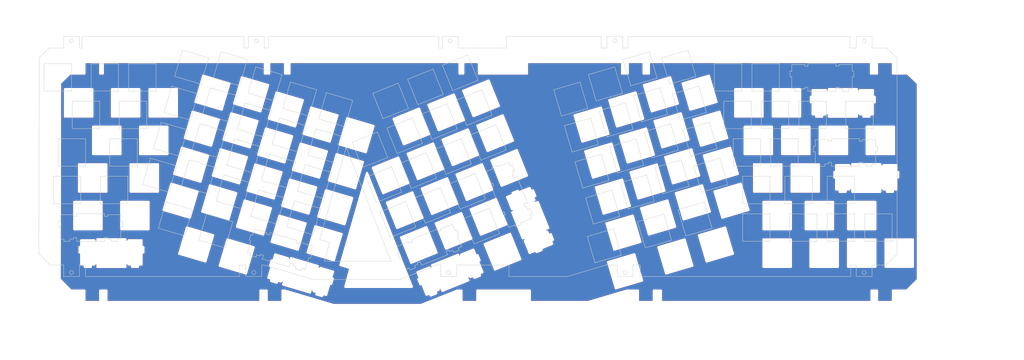
<source format=kicad_pcb>
(kicad_pcb (version 20171130) (host pcbnew "(5.1.5-0-10_14)")
  (layers (0 F.Cu signal) (31 B.Cu signal) (34 B.Paste user) (35 F.Paste user) (36 B.SilkS user) (37 F.SilkS user) (38 B.Mask user) (39 F.Mask user) (44 Edge.Cuts user))
  (net 0 "")
  (gr_line (start 307.598581 128.472467) (end 307.598581 122.680557) (layer Edge.Cuts) (width 0.2))
  (gr_line (start 311.20232 122.680557) (end 311.20232 128.472467) (layer Edge.Cuts) (width 0.2))
  (gr_line (start 417.752935 122.677514) (end 420.577026 122.677514) (layer Edge.Cuts) (width 0.2))
  (gr_line (start 428.577235 128.472467) (end 428.577235 122.677514) (layer Edge.Cuts) (width 0.2))
  (gr_line (start 311.20232 128.472467) (end 417.752935 128.472467) (layer Edge.Cuts) (width 0.2))
  (gr_line (start 420.577026 122.677514) (end 420.577026 128.472467) (layer Edge.Cuts) (width 0.2))
  (gr_line (start 244.832793 128.472467) (end 274.424242 128.472467) (layer Edge.Cuts) (width 0.2))
  (gr_line (start 218.289384 122.677514) (end 244.832793 122.677514) (layer Edge.Cuts) (width 0.2))
  (gr_line (start 420.577026 128.472467) (end 428.577235 128.472467) (layer Edge.Cuts) (width 0.2))
  (gr_line (start 299.59834 122.677514) (end 299.59834 128.472467) (layer Edge.Cuts) (width 0.2))
  (gr_line (start 244.832793 122.677514) (end 244.832793 128.472467) (layer Edge.Cuts) (width 0.2))
  (gr_line (start 293.978903 122.677514) (end 299.59834 122.677514) (layer Edge.Cuts) (width 0.2))
  (gr_line (start 428.577235 122.677514) (end 435.643955 122.677514) (layer Edge.Cuts) (width 0.2))
  (gr_line (start 417.752935 128.472467) (end 417.752935 122.677514) (layer Edge.Cuts) (width 0.2))
  (gr_line (start 218.289384 128.472467) (end 218.289384 122.677514) (layer Edge.Cuts) (width 0.2))
  (gr_line (start 307.598581 122.680557) (end 311.20232 122.680557) (layer Edge.Cuts) (width 0.2))
  (gr_line (start 299.59834 128.472467) (end 307.598581 128.472467) (layer Edge.Cuts) (width 0.2))
  (gr_line (start 274.424242 128.472467) (end 293.978903 122.677514) (layer Edge.Cuts) (width 0.2))
  (gr_line (start 123.267134 12.875065) (end 120.969282 12.875065) (layer Edge.Cuts) (width 0.2))
  (gr_line (start 291.545958 12.875065) (end 291.545958 7.054232) (layer Edge.Cuts) (width 0.2))
  (gr_line (start 435.643955 122.677514) (end 441.213862 117.145417) (layer Edge.Cuts) (width 0.2))
  (gr_line (start 27.479007 12.875065) (end 27.479007 7.054232) (layer Edge.Cuts) (width 0.2))
  (gr_line (start 110.767161 7.054232) (end 28.767179 7.054232) (layer Edge.Cuts) (width 0.2))
  (gr_line (start 112.978956 12.875065) (end 110.767161 12.875065) (layer Edge.Cuts) (width 0.2))
  (gr_line (start 120.969282 12.875065) (end 120.978927 7.054232) (layer Edge.Cuts) (width 0.2))
  (gr_line (start 428.577235 7.054232) (end 420.540515 7.054232) (layer Edge.Cuts) (width 0.2))
  (gr_line (start 123.267134 7.054232) (end 123.267134 12.875065) (layer Edge.Cuts) (width 0.2))
  (gr_line (start 209.26697 7.054232) (end 123.267134 7.054232) (layer Edge.Cuts) (width 0.2))
  (gr_line (start 428.577235 12.875065) (end 428.577235 7.054232) (layer Edge.Cuts) (width 0.2))
  (gr_line (start 243.437682 12.875065) (end 239.427153 12.875065) (layer Edge.Cuts) (width 0.2))
  (gr_line (start 420.540515 12.875065) (end 417.455693 12.875065) (layer Edge.Cuts) (width 0.2))
  (gr_line (start 211.178626 12.866692) (end 209.26697 12.875065) (layer Edge.Cuts) (width 0.2))
  (gr_line (start 211.171591 7.054232) (end 211.178626 12.866692) (layer Edge.Cuts) (width 0.2))
  (gr_line (start 219.075845 12.875065) (end 219.075845 7.054232) (layer Edge.Cuts) (width 0.2))
  (gr_line (start 417.455693 7.054232) (end 305.116107 7.054232) (layer Edge.Cuts) (width 0.2))
  (gr_line (start 417.455693 12.875065) (end 417.455693 7.054232) (layer Edge.Cuts) (width 0.2))
  (gr_line (start 227.749896 12.875065) (end 219.075845 12.875065) (layer Edge.Cuts) (width 0.2))
  (gr_line (start 305.116107 7.054232) (end 305.116107 12.875065) (layer Edge.Cuts) (width 0.2))
  (gr_line (start 120.978927 7.054232) (end 112.978956 7.054232) (layer Edge.Cuts) (width 0.2))
  (gr_line (start 291.545958 7.054232) (end 243.437682 7.054232) (layer Edge.Cuts) (width 0.2))
  (gr_line (start 436.016829 12.875065) (end 428.577235 12.875065) (layer Edge.Cuts) (width 0.2))
  (gr_line (start 239.427153 12.875065) (end 227.749896 12.875065) (layer Edge.Cuts) (width 0.2))
  (gr_line (start 210.289429 128.472467) (end 218.289384 128.472467) (layer Edge.Cuts) (width 0.2))
  (gr_line (start 119.7124 122.691467) (end 120.978927 122.691467) (layer Edge.Cuts) (width 0.2))
  (gr_line (start 111.712429 122.688935) (end 111.712429 128.46714) (layer Edge.Cuts) (width 0.2))
  (gr_line (start 27.479007 7.054232) (end 19.47904 7.054232) (layer Edge.Cuts) (width 0.2))
  (gr_line (start 119.7124 128.46714) (end 119.7124 122.691467) (layer Edge.Cuts) (width 0.2))
  (gr_line (start 302.41721 12.875065) (end 302.41721 7.054232) (layer Edge.Cuts) (width 0.2))
  (gr_line (start 210.289429 122.677514) (end 210.289429 128.472467) (layer Edge.Cuts) (width 0.2))
  (gr_line (start 19.481387 122.682585) (end 19.481387 128.46714) (layer Edge.Cuts) (width 0.2))
  (gr_line (start 209.26697 12.875065) (end 209.26697 7.054232) (layer Edge.Cuts) (width 0.2))
  (gr_line (start 189.780365 129.979561) (end 208.202015 122.677514) (layer Edge.Cuts) (width 0.2))
  (gr_line (start 30.574795 122.685125) (end 30.574795 128.472467) (layer Edge.Cuts) (width 0.2))
  (gr_line (start 420.540515 7.054232) (end 420.540515 12.875065) (layer Edge.Cuts) (width 0.2))
  (gr_line (start 208.202015 122.677514) (end 210.289429 122.677514) (layer Edge.Cuts) (width 0.2))
  (gr_line (start 145.478706 129.979561) (end 189.780365 129.979561) (layer Edge.Cuts) (width 0.2))
  (gr_line (start 120.978927 122.691467) (end 145.478706 129.979561) (layer Edge.Cuts) (width 0.2))
  (gr_line (start 110.767161 12.875065) (end 110.767161 7.054232) (layer Edge.Cuts) (width 0.2))
  (gr_line (start 27.481354 128.46714) (end 27.481354 122.685125) (layer Edge.Cuts) (width 0.2))
  (gr_line (start 294.416968 12.875065) (end 291.545958 12.875065) (layer Edge.Cuts) (width 0.2))
  (gr_line (start 305.116107 12.875065) (end 302.41721 12.875065) (layer Edge.Cuts) (width 0.2))
  (gr_line (start 12.598531 122.682585) (end 19.481387 122.682585) (layer Edge.Cuts) (width 0.2))
  (gr_line (start 108.523032 128.472467) (end 108.523032 122.688679) (layer Edge.Cuts) (width 0.2))
  (gr_line (start 28.767179 7.054232) (end 28.767179 12.875065) (layer Edge.Cuts) (width 0.2))
  (gr_line (start 219.075845 7.054232) (end 211.171591 7.054232) (layer Edge.Cuts) (width 0.2))
  (gr_line (start 441.213862 17.86319) (end 436.016829 12.875065) (layer Edge.Cuts) (width 0.2))
  (gr_line (start 294.416968 7.054232) (end 294.416968 12.875065) (layer Edge.Cuts) (width 0.2))
  (gr_line (start 243.437682 7.054232) (end 243.437682 12.875065) (layer Edge.Cuts) (width 0.2))
  (gr_line (start 111.712429 128.46714) (end 119.7124 128.46714) (layer Edge.Cuts) (width 0.2))
  (gr_line (start 108.523032 122.688679) (end 111.712429 122.688935) (layer Edge.Cuts) (width 0.2))
  (gr_line (start 30.574795 128.472467) (end 108.523032 128.472467) (layer Edge.Cuts) (width 0.2))
  (gr_line (start 27.481354 122.685125) (end 30.574795 122.685125) (layer Edge.Cuts) (width 0.2))
  (gr_line (start 19.481387 128.46714) (end 27.481354 128.46714) (layer Edge.Cuts) (width 0.2))
  (gr_line (start 6.969427 116.993184) (end 12.598531 122.682585) (layer Edge.Cuts) (width 0.2))
  (gr_line (start 7.141011 17.726437) (end 6.969427 116.993184) (layer Edge.Cuts) (width 0.2))
  (gr_line (start 302.41721 7.054232) (end 294.416968 7.054232) (layer Edge.Cuts) (width 0.2))
  (gr_line (start 441.213862 117.145417) (end 441.213862 17.86319) (layer Edge.Cuts) (width 0.2))
  (gr_line (start 28.767179 12.875065) (end 27.479007 12.875065) (layer Edge.Cuts) (width 0.2))
  (gr_line (start 12.12368 12.875065) (end 7.141011 17.726437) (layer Edge.Cuts) (width 0.2))
  (gr_line (start 19.47904 12.875065) (end 12.12368 12.875065) (layer Edge.Cuts) (width 0.2))
  (gr_line (start 19.47904 7.054232) (end 19.47904 12.875065) (layer Edge.Cuts) (width 0.2))
  (gr_line (start 112.978956 7.054232) (end 112.978956 12.875065) (layer Edge.Cuts) (width 0.2))
  (gr_line (start 287.565657 101.962466) (end 300.849511 98.039316) (layer Edge.Cuts) (width 0.2))
  (gr_curve (pts (xy 424.578399 8.171039) (xy 425.128135 8.171039) (xy 425.576595 8.619025) (xy 425.576595 9.170861)) (layer Edge.Cuts) (width 0.2))
  (gr_curve (pts (xy 214.101278 9.170905) (xy 214.101278 8.619058) (xy 214.549737 8.171082) (xy 215.103093 8.171082)) (layer Edge.Cuts) (width 0.2))
  (gr_line (start 300.849511 98.039316) (end 296.92638 84.755398) (layer Edge.Cuts) (width 0.2))
  (gr_curve (pts (xy 114.713132 126.472571) (xy 114.713132 125.920735) (xy 115.161591 125.472748) (xy 115.714947 125.472748)) (layer Edge.Cuts) (width 0.2))
  (gr_curve (pts (xy 302.62782 126.472571) (xy 302.62782 125.920735) (xy 303.076279 125.472748) (xy 303.629635 125.472748)) (layer Edge.Cuts) (width 0.2))
  (gr_line (start 162.478706 63.145671) (end 149.001435 109.766698) (layer Edge.Cuts) (width 0.2))
  (gr_curve (pts (xy 24.479556 126.472571) (xy 24.479556 127.025489) (xy 24.031097 127.472758) (xy 23.481361 127.472758)) (layer Edge.Cuts) (width 0.2))
  (gr_curve (pts (xy 214.290585 127.472758) (xy 213.737229 127.472758) (xy 213.28877 127.025489) (xy 213.28877 126.472571)) (layer Edge.Cuts) (width 0.2))
  (gr_curve (pts (xy 23.481361 125.472748) (xy 24.031097 125.472748) (xy 24.479556 125.920735) (xy 24.479556 126.472571)) (layer Edge.Cuts) (width 0.2))
  (gr_curve (pts (xy 303.629635 127.472758) (xy 303.076279 127.472758) (xy 302.62782 127.025489) (xy 302.62782 126.472571)) (layer Edge.Cuts) (width 0.2))
  (gr_curve (pts (xy 425.576595 126.472571) (xy 425.576595 127.025489) (xy 425.128135 127.472758) (xy 424.578399 127.472758)) (layer Edge.Cuts) (width 0.2))
  (gr_line (start 318.399736 90.378931) (end 314.476605 77.095013) (layer Edge.Cuts) (width 0.2))
  (gr_line (start 301.192751 81.018163) (end 305.115882 94.302081) (layer Edge.Cuts) (width 0.2))
  (gr_curve (pts (xy 215.103093 8.171082) (xy 215.652829 8.171082) (xy 216.101288 8.619058) (xy 216.101288 9.170905)) (layer Edge.Cuts) (width 0.2))
  (gr_line (start 332.02708 69.435474) (end 318.743226 73.358624) (layer Edge.Cuts) (width 0.2))
  (gr_curve (pts (xy 303.629635 125.472748) (xy 304.179371 125.472748) (xy 304.62783 125.920735) (xy 304.62783 126.472571)) (layer Edge.Cuts) (width 0.2))
  (gr_curve (pts (xy 298.531334 10.17118) (xy 297.977978 10.17118) (xy 297.529519 9.723923) (xy 297.529519 9.170993)) (layer Edge.Cuts) (width 0.2))
  (gr_line (start 154.060724 111.299863) (end 151.478721 120.766657) (layer Edge.Cuts) (width 0.2))
  (gr_line (start 149.001435 109.766698) (end 154.060724 111.299863) (layer Edge.Cuts) (width 0.2))
  (gr_line (start 322.666357 86.642542) (end 335.950211 82.719392) (layer Edge.Cuts) (width 0.2))
  (gr_curve (pts (xy 116.713142 126.472571) (xy 116.713142 127.025489) (xy 116.264683 127.472758) (xy 115.714947 127.472758)) (layer Edge.Cuts) (width 0.2))
  (gr_curve (pts (xy 423.576584 126.472571) (xy 423.576584 125.920735) (xy 424.025044 125.472748) (xy 424.578399 125.472748)) (layer Edge.Cuts) (width 0.2))
  (gr_line (start 301.66188 117.611828) (end 297.738749 104.32791) (layer Edge.Cuts) (width 0.2))
  (gr_line (start 297.738749 104.32791) (end 284.455293 108.250943) (layer Edge.Cuts) (width 0.2))
  (gr_curve (pts (xy 215.28878 126.472571) (xy 215.28878 127.025489) (xy 214.840321 127.472758) (xy 214.290585 127.472758)) (layer Edge.Cuts) (width 0.2))
  (gr_curve (pts (xy 424.578399 125.472748) (xy 425.128135 125.472748) (xy 425.576595 125.920735) (xy 425.576595 126.472571)) (layer Edge.Cuts) (width 0.2))
  (gr_curve (pts (xy 23.481361 127.472758) (xy 22.928005 127.472758) (xy 22.479546 127.025489) (xy 22.479546 126.472571)) (layer Edge.Cuts) (width 0.2))
  (gr_curve (pts (xy 23.481361 10.171048) (xy 22.928005 10.171048) (xy 22.479546 9.723779) (xy 22.479546 9.170861)) (layer Edge.Cuts) (width 0.2))
  (gr_curve (pts (xy 115.714947 127.472758) (xy 115.161591 127.472758) (xy 114.713132 127.025489) (xy 114.713132 126.472571)) (layer Edge.Cuts) (width 0.2))
  (gr_curve (pts (xy 298.531334 8.171171) (xy 299.08107 8.171171) (xy 299.529529 8.619157) (xy 299.529529 9.170993)) (layer Edge.Cuts) (width 0.2))
  (gr_line (start 283.642526 88.678548) (end 287.565657 101.962466) (layer Edge.Cuts) (width 0.2))
  (gr_line (start 296.92638 84.755398) (end 283.642526 88.678548) (layer Edge.Cuts) (width 0.2))
  (gr_line (start 185.192367 120.766657) (end 162.478706 63.145671) (layer Edge.Cuts) (width 0.2))
  (gr_curve (pts (xy 213.28877 126.472571) (xy 213.28877 125.920735) (xy 213.737229 125.472748) (xy 214.290585 125.472748)) (layer Edge.Cuts) (width 0.2))
  (gr_curve (pts (xy 297.529519 9.170993) (xy 297.529519 8.619157) (xy 297.977978 8.171171) (xy 298.531334 8.171171)) (layer Edge.Cuts) (width 0.2))
  (gr_curve (pts (xy 116.98439 8.171141) (xy 117.534126 8.171141) (xy 117.982585 8.619128) (xy 117.982585 9.170964)) (layer Edge.Cuts) (width 0.2))
  (gr_curve (pts (xy 299.529529 9.170993) (xy 299.529529 9.723923) (xy 299.08107 10.17118) (xy 298.531334 10.17118)) (layer Edge.Cuts) (width 0.2))
  (gr_curve (pts (xy 22.479546 126.472571) (xy 22.479546 125.920735) (xy 22.928005 125.472748) (xy 23.481361 125.472748)) (layer Edge.Cuts) (width 0.2))
  (gr_curve (pts (xy 116.98439 10.171151) (xy 116.431034 10.171151) (xy 115.982575 9.723893) (xy 115.982575 9.170964)) (layer Edge.Cuts) (width 0.2))
  (gr_curve (pts (xy 423.576584 9.170861) (xy 423.576584 8.619025) (xy 424.025044 8.171039) (xy 424.578399 8.171039)) (layer Edge.Cuts) (width 0.2))
  (gr_line (start 284.455293 108.250943) (end 288.378424 121.534861) (layer Edge.Cuts) (width 0.2))
  (gr_curve (pts (xy 115.714947 125.472748) (xy 116.264683 125.472748) (xy 116.713142 125.920735) (xy 116.713142 126.472571)) (layer Edge.Cuts) (width 0.2))
  (gr_curve (pts (xy 215.103093 10.171081) (xy 214.549737 10.171081) (xy 214.101278 9.723823) (xy 214.101278 9.170905)) (layer Edge.Cuts) (width 0.2))
  (gr_curve (pts (xy 425.576595 9.170861) (xy 425.576595 9.723779) (xy 425.128135 10.171048) (xy 424.578399 10.171048)) (layer Edge.Cuts) (width 0.2))
  (gr_line (start 313.826194 114.019216) (end 327.110048 110.096066) (layer Edge.Cuts) (width 0.2))
  (gr_curve (pts (xy 22.479546 9.170861) (xy 22.479546 8.619025) (xy 22.928005 8.171039) (xy 23.481361 8.171039)) (layer Edge.Cuts) (width 0.2))
  (gr_line (start 288.378424 121.534861) (end 301.66188 117.611828) (layer Edge.Cuts) (width 0.2))
  (gr_line (start 314.476605 77.095013) (end 301.192751 81.018163) (layer Edge.Cuts) (width 0.2))
  (gr_line (start 318.743226 73.358624) (end 322.666357 86.642542) (layer Edge.Cuts) (width 0.2))
  (gr_line (start 327.110048 110.096066) (end 323.186917 96.812148) (layer Edge.Cuts) (width 0.2))
  (gr_curve (pts (xy 424.578399 10.171048) (xy 424.025044 10.171048) (xy 423.576584 9.723779) (xy 423.576584 9.170861)) (layer Edge.Cuts) (width 0.2))
  (gr_line (start 305.115882 94.302081) (end 318.399736 90.378931) (layer Edge.Cuts) (width 0.2))
  (gr_curve (pts (xy 304.62783 126.472571) (xy 304.62783 127.025489) (xy 304.179371 127.472758) (xy 303.629635 127.472758)) (layer Edge.Cuts) (width 0.2))
  (gr_line (start 309.903063 100.735298) (end 313.826194 114.019216) (layer Edge.Cuts) (width 0.2))
  (gr_line (start 335.950211 82.719392) (end 332.02708 69.435474) (layer Edge.Cuts) (width 0.2))
  (gr_curve (pts (xy 424.578399 127.472758) (xy 424.025044 127.472758) (xy 423.576584 127.025489) (xy 423.576584 126.472571)) (layer Edge.Cuts) (width 0.2))
  (gr_curve (pts (xy 23.481361 8.171039) (xy 24.031097 8.171039) (xy 24.479556 8.619025) (xy 24.479556 9.170861)) (layer Edge.Cuts) (width 0.2))
  (gr_curve (pts (xy 24.479556 9.170861) (xy 24.479556 9.723779) (xy 24.031097 10.171048) (xy 23.481361 10.171048)) (layer Edge.Cuts) (width 0.2))
  (gr_curve (pts (xy 115.982575 9.170964) (xy 115.982575 8.619128) (xy 116.431034 8.171141) (xy 116.98439 8.171141)) (layer Edge.Cuts) (width 0.2))
  (gr_curve (pts (xy 214.290585 125.472748) (xy 214.840321 125.472748) (xy 215.28878 125.920735) (xy 215.28878 126.472571)) (layer Edge.Cuts) (width 0.2))
  (gr_curve (pts (xy 117.982585 9.170964) (xy 117.982585 9.723893) (xy 117.534126 10.171151) (xy 116.98439 10.171151)) (layer Edge.Cuts) (width 0.2))
  (gr_line (start 151.478721 120.766657) (end 185.192367 120.766657) (layer Edge.Cuts) (width 0.2))
  (gr_curve (pts (xy 216.101288 9.170905) (xy 216.101288 9.723823) (xy 215.652829 10.171081) (xy 215.103093 10.171081)) (layer Edge.Cuts) (width 0.2))
  (gr_line (start 303.713059 40.649108) (end 290.429205 44.572258) (layer Edge.Cuts) (width 0.2))
  (gr_line (start 340.831987 32.163006) (end 327.548133 36.086156) (layer Edge.Cuts) (width 0.2))
  (gr_line (start 344.755118 45.446923) (end 340.831987 32.163006) (layer Edge.Cuts) (width 0.2))
  (gr_line (start 288.970456 39.632863) (end 302.25431 35.709713) (layer Edge.Cuts) (width 0.2))
  (gr_line (start 285.047325 26.348945) (end 288.970456 39.632863) (layer Edge.Cuts) (width 0.2))
  (gr_line (start 313.361434 55.13561) (end 317.284566 68.419528) (layer Edge.Cuts) (width 0.2))
  (gr_line (start 325.18654 46.273064) (end 321.263409 32.989146) (layer Edge.Cuts) (width 0.2))
  (gr_line (start 307.979555 36.912296) (end 311.902686 50.196214) (layer Edge.Cuts) (width 0.2))
  (gr_line (start 336.853019 67.592964) (end 350.136873 63.669814) (layer Edge.Cuts) (width 0.2))
  (gr_line (start 326.089384 31.14676) (end 339.373238 27.22361) (layer Edge.Cuts) (width 0.2))
  (gr_line (start 350.136873 63.669814) (end 346.213742 50.385896) (layer Edge.Cuts) (width 0.2))
  (gr_line (start 346.213742 50.385896) (end 332.929888 54.309046) (layer Edge.Cuts) (width 0.2))
  (gr_line (start 399.843042 60.054156) (end 399.843042 59.241353) (layer Edge.Cuts) (width 0.2))
  (gr_line (start 327.548133 36.086156) (end 331.471264 49.370073) (layer Edge.Cuts) (width 0.2))
  (gr_line (start 339.373238 27.22361) (end 335.450107 13.939692) (layer Edge.Cuts) (width 0.2))
  (gr_line (start 335.450107 13.939692) (end 322.166253 17.862842) (layer Edge.Cuts) (width 0.2))
  (gr_line (start 408.017595 58.733352) (end 422.208497 58.733352) (layer Edge.Cuts) (width 0.2))
  (gr_line (start 406.497831 60.054156) (end 408.017595 60.054156) (layer Edge.Cuts) (width 0.2))
  (gr_line (start 406.497831 59.241353) (end 406.497831 60.054156) (layer Edge.Cuts) (width 0.2))
  (gr_line (start 271.419981 47.292402) (end 284.703835 43.369252) (layer Edge.Cuts) (width 0.2))
  (gr_line (start 299.734091 76.079067) (end 313.017945 72.155917) (layer Edge.Cuts) (width 0.2))
  (gr_line (start 331.471264 49.370073) (end 344.755118 45.446923) (layer Edge.Cuts) (width 0.2))
  (gr_line (start 317.284566 68.419528) (end 330.56842 64.496378) (layer Edge.Cuts) (width 0.2))
  (gr_line (start 399.843042 59.241353) (end 406.497831 59.241353) (layer Edge.Cuts) (width 0.2))
  (gr_line (start 282.183791 83.739198) (end 295.467645 79.816048) (layer Edge.Cuts) (width 0.2))
  (gr_line (start 309.094814 58.871999) (end 295.81096 62.795149) (layer Edge.Cuts) (width 0.2))
  (gr_line (start 302.59755 18.68856) (end 306.520681 31.972478) (layer Edge.Cuts) (width 0.2))
  (gr_line (start 343.693429 90.755087) (end 330.409575 94.678237) (layer Edge.Cuts) (width 0.2))
  (gr_line (start 286.162634 48.308817) (end 272.87878 52.231967) (layer Edge.Cuts) (width 0.2))
  (gr_line (start 267.49685 34.008484) (end 271.419981 47.292402) (layer Edge.Cuts) (width 0.2))
  (gr_line (start 302.25431 35.709713) (end 298.331179 22.425795) (layer Edge.Cuts) (width 0.2))
  (gr_line (start 315.881404 14.76541) (end 302.59755 18.68856) (layer Edge.Cuts) (width 0.2))
  (gr_line (start 322.166253 17.862842) (end 326.089384 31.14676) (layer Edge.Cuts) (width 0.2))
  (gr_line (start 306.520681 31.972478) (end 319.804535 28.049328) (layer Edge.Cuts) (width 0.2))
  (gr_line (start 323.186917 96.812148) (end 309.903063 100.735298) (layer Edge.Cuts) (width 0.2))
  (gr_line (start 276.801911 65.515885) (end 290.085765 61.592735) (layer Edge.Cuts) (width 0.2))
  (gr_line (start 347.61656 104.039005) (end 343.693429 90.755087) (layer Edge.Cuts) (width 0.2))
  (gr_line (start 321.263409 32.989146) (end 307.979555 36.912296) (layer Edge.Cuts) (width 0.2))
  (gr_line (start 334.332706 107.962155) (end 347.61656 104.039005) (layer Edge.Cuts) (width 0.2))
  (gr_line (start 332.929888 54.309046) (end 336.853019 67.592964) (layer Edge.Cuts) (width 0.2))
  (gr_line (start 330.409575 94.678237) (end 334.332706 107.962155) (layer Edge.Cuts) (width 0.2))
  (gr_line (start 355.518664 81.892828) (end 351.595533 68.60891) (layer Edge.Cuts) (width 0.2))
  (gr_line (start 342.23481 85.815978) (end 355.518664 81.892828) (layer Edge.Cuts) (width 0.2))
  (gr_line (start 338.311679 72.532061) (end 342.23481 85.815978) (layer Edge.Cuts) (width 0.2))
  (gr_line (start 351.595533 68.60891) (end 338.311679 72.532061) (layer Edge.Cuts) (width 0.2))
  (gr_line (start 295.467645 79.816048) (end 291.544514 66.53213) (layer Edge.Cuts) (width 0.2))
  (gr_line (start 408.017595 60.054156) (end 408.017595 58.733352) (layer Edge.Cuts) (width 0.2))
  (gr_line (start 278.26066 70.45528) (end 282.183791 83.739198) (layer Edge.Cuts) (width 0.2))
  (gr_line (start 291.544514 66.53213) (end 278.26066 70.45528) (layer Edge.Cuts) (width 0.2))
  (gr_line (start 399.843042 62.644964) (end 399.843042 60.054156) (layer Edge.Cuts) (width 0.2))
  (gr_line (start 290.085765 61.592735) (end 286.162634 48.308817) (layer Edge.Cuts) (width 0.2))
  (gr_line (start 272.87878 52.231967) (end 276.801911 65.515885) (layer Edge.Cuts) (width 0.2))
  (gr_line (start 284.703835 43.369252) (end 280.780704 30.085334) (layer Edge.Cuts) (width 0.2))
  (gr_line (start 313.017945 72.155917) (end 309.094814 58.871999) (layer Edge.Cuts) (width 0.2))
  (gr_line (start 330.56842 64.496378) (end 326.645288 51.21246) (layer Edge.Cuts) (width 0.2))
  (gr_line (start 319.804535 28.049328) (end 315.881404 14.76541) (layer Edge.Cuts) (width 0.2))
  (gr_line (start 298.331179 22.425795) (end 285.047325 26.348945) (layer Edge.Cuts) (width 0.2))
  (gr_line (start 311.902686 50.196214) (end 325.18654 46.273064) (layer Edge.Cuts) (width 0.2))
  (gr_line (start 280.780704 30.085334) (end 267.49685 34.008484) (layer Edge.Cuts) (width 0.2))
  (gr_line (start 295.81096 62.795149) (end 299.734091 76.079067) (layer Edge.Cuts) (width 0.2))
  (gr_line (start 307.63619 53.933026) (end 303.713059 40.649108) (layer Edge.Cuts) (width 0.2))
  (gr_line (start 326.645288 51.21246) (end 313.361434 55.13561) (layer Edge.Cuts) (width 0.2))
  (gr_line (start 294.352336 57.856176) (end 307.63619 53.933026) (layer Edge.Cuts) (width 0.2))
  (gr_line (start 290.429205 44.572258) (end 294.352336 57.856176) (layer Edge.Cuts) (width 0.2))
  (gr_line (start 401.646439 72.703395) (end 401.646439 71.534991) (layer Edge.Cuts) (width 0.2))
  (gr_line (start 425.531658 71.534991) (end 423.72826 71.534991) (layer Edge.Cuts) (width 0.2))
  (gr_line (start 396.136237 34.696228) (end 396.136237 32.74042) (layer Edge.Cuts) (width 0.2))
  (gr_line (start 394.616473 21.234186) (end 394.616473 22.046989) (layer Edge.Cuts) (width 0.2))
  (gr_line (start 416.698295 34.696228) (end 413.6503 34.696228) (layer Edge.Cuts) (width 0.2))
  (gr_line (start 387.961684 33.527824) (end 387.961684 32.74042) (layer Edge.Cuts) (width 0.2))
  (gr_line (start 408.017595 72.703395) (end 408.017595 70.747588) (layer Edge.Cuts) (width 0.2))
  (gr_line (start 423.72826 59.241353) (end 430.383049 59.241353) (layer Edge.Cuts) (width 0.2))
  (gr_line (start 430.383049 71.534991) (end 428.579653 71.534991) (layer Edge.Cuts) (width 0.2))
  (gr_line (start 404.694434 72.703395) (end 401.646439 72.703395) (layer Edge.Cuts) (width 0.2))
  (gr_line (start 422.208497 72.703395) (end 408.017595 72.703395) (layer Edge.Cuts) (width 0.2))
  (gr_line (start 406.497831 70.747588) (end 406.497831 71.534991) (layer Edge.Cuts) (width 0.2))
  (gr_line (start 422.208497 60.054156) (end 423.72826 60.054156) (layer Edge.Cuts) (width 0.2))
  (gr_line (start 404.694434 71.534991) (end 404.694434 72.703395) (layer Edge.Cuts) (width 0.2))
  (gr_line (start 406.497831 71.534991) (end 404.694434 71.534991) (layer Edge.Cuts) (width 0.2))
  (gr_line (start 396.136237 32.74042) (end 394.616473 32.74042) (layer Edge.Cuts) (width 0.2))
  (gr_line (start 425.531658 72.703395) (end 425.531658 71.534991) (layer Edge.Cuts) (width 0.2))
  (gr_line (start 387.077184 27.431805) (end 387.077184 24.637797) (layer Edge.Cuts) (width 0.2))
  (gr_line (start 422.208497 70.747588) (end 422.208497 72.703395) (layer Edge.Cuts) (width 0.2))
  (gr_line (start 387.077184 24.637797) (end 387.961684 24.637797) (layer Edge.Cuts) (width 0.2))
  (gr_line (start 431.267283 65.438973) (end 430.383049 65.438973) (layer Edge.Cuts) (width 0.2))
  (gr_line (start 431.267283 62.644964) (end 431.267283 65.438973) (layer Edge.Cuts) (width 0.2))
  (gr_line (start 410.327139 32.74042) (end 410.327139 34.696228) (layer Edge.Cuts) (width 0.2))
  (gr_line (start 416.698295 33.527824) (end 416.698295 34.696228) (layer Edge.Cuts) (width 0.2))
  (gr_line (start 389.765081 34.696228) (end 389.765081 33.527824) (layer Edge.Cuts) (width 0.2))
  (gr_line (start 411.846902 33.527824) (end 411.846902 32.74042) (layer Edge.Cuts) (width 0.2))
  (gr_line (start 387.961684 22.046989) (end 387.961684 21.234186) (layer Edge.Cuts) (width 0.2))
  (gr_line (start 422.208497 58.733352) (end 422.208497 60.054156) (layer Edge.Cuts) (width 0.2))
  (gr_line (start 413.6503 34.696228) (end 413.6503 33.527824) (layer Edge.Cuts) (width 0.2))
  (gr_line (start 408.017595 70.747588) (end 406.497831 70.747588) (layer Edge.Cuts) (width 0.2))
  (gr_line (start 428.579653 72.703395) (end 425.531658 72.703395) (layer Edge.Cuts) (width 0.2))
  (gr_line (start 419.385925 24.637797) (end 419.385925 27.431805) (layer Edge.Cuts) (width 0.2))
  (gr_line (start 430.383049 65.438973) (end 430.383049 71.534991) (layer Edge.Cuts) (width 0.2))
  (gr_line (start 423.72826 60.054156) (end 423.72826 59.241353) (layer Edge.Cuts) (width 0.2))
  (gr_line (start 387.961684 21.234186) (end 394.616473 21.234186) (layer Edge.Cuts) (width 0.2))
  (gr_line (start 410.327139 34.696228) (end 396.136237 34.696228) (layer Edge.Cuts) (width 0.2))
  (gr_line (start 419.385925 27.431805) (end 418.501691 27.431805) (layer Edge.Cuts) (width 0.2))
  (gr_line (start 387.961684 27.431805) (end 387.077184 27.431805) (layer Edge.Cuts) (width 0.2))
  (gr_line (start 394.616473 22.046989) (end 396.136237 22.046989) (layer Edge.Cuts) (width 0.2))
  (gr_line (start 418.501691 33.527824) (end 416.698295 33.527824) (layer Edge.Cuts) (width 0.2))
  (gr_line (start 398.958542 62.644964) (end 399.843042 62.644964) (layer Edge.Cuts) (width 0.2))
  (gr_line (start 399.843042 65.438973) (end 398.958542 65.438973) (layer Edge.Cuts) (width 0.2))
  (gr_line (start 392.813076 33.527824) (end 392.813076 34.696228) (layer Edge.Cuts) (width 0.2))
  (gr_line (start 418.501691 27.431805) (end 418.501691 33.527824) (layer Edge.Cuts) (width 0.2))
  (gr_line (start 394.616473 32.74042) (end 394.616473 33.527824) (layer Edge.Cuts) (width 0.2))
  (gr_line (start 423.72826 70.747588) (end 422.208497 70.747588) (layer Edge.Cuts) (width 0.2))
  (gr_line (start 430.383049 59.241353) (end 430.383049 62.644964) (layer Edge.Cuts) (width 0.2))
  (gr_line (start 413.6503 33.527824) (end 411.846902 33.527824) (layer Edge.Cuts) (width 0.2))
  (gr_line (start 399.843042 70.747588) (end 399.843042 65.438973) (layer Edge.Cuts) (width 0.2))
  (gr_line (start 396.136237 20.726185) (end 410.327139 20.726185) (layer Edge.Cuts) (width 0.2))
  (gr_line (start 396.136237 22.046989) (end 396.136237 20.726185) (layer Edge.Cuts) (width 0.2))
  (gr_line (start 387.961684 32.74042) (end 387.961684 27.431805) (layer Edge.Cuts) (width 0.2))
  (gr_line (start 398.958542 65.438973) (end 398.958542 62.644964) (layer Edge.Cuts) (width 0.2))
  (gr_line (start 387.961684 24.637797) (end 387.961684 22.046989) (layer Edge.Cuts) (width 0.2))
  (gr_line (start 428.579653 71.534991) (end 428.579653 72.703395) (layer Edge.Cuts) (width 0.2))
  (gr_line (start 392.813076 34.696228) (end 389.765081 34.696228) (layer Edge.Cuts) (width 0.2))
  (gr_line (start 430.383049 62.644964) (end 431.267283 62.644964) (layer Edge.Cuts) (width 0.2))
  (gr_line (start 389.765081 33.527824) (end 387.961684 33.527824) (layer Edge.Cuts) (width 0.2))
  (gr_line (start 423.72826 71.534991) (end 423.72826 70.747588) (layer Edge.Cuts) (width 0.2))
  (gr_line (start 394.616473 33.527824) (end 392.813076 33.527824) (layer Edge.Cuts) (width 0.2))
  (gr_line (start 399.843042 71.534991) (end 399.843042 70.747588) (layer Edge.Cuts) (width 0.2))
  (gr_line (start 411.846902 32.74042) (end 410.327139 32.74042) (layer Edge.Cuts) (width 0.2))
  (gr_line (start 401.646439 71.534991) (end 399.843042 71.534991) (layer Edge.Cuts) (width 0.2))
  (gr_line (start 418.501691 24.637797) (end 419.385925 24.637797) (layer Edge.Cuts) (width 0.2))
  (gr_line (start 367.800416 20.781925) (end 367.800416 34.632694) (layer Edge.Cuts) (width 0.2))
  (gr_line (start 415.329288 53.630893) (end 429.180343 53.630893) (layer Edge.Cuts) (width 0.2))
  (gr_line (start 424.852419 96.790333) (end 424.852419 110.641101) (layer Edge.Cuts) (width 0.2))
  (gr_line (start 405.850607 110.641366) (end 419.701662 110.641366) (layer Edge.Cuts) (width 0.2))
  (gr_line (start 381.651471 34.632694) (end 381.651471 20.781925) (layer Edge.Cuts) (width 0.2))
  (gr_line (start 391.564984 39.780125) (end 391.564984 53.630893) (layer Edge.Cuts) (width 0.2))
  (gr_line (start 405.416039 39.780125) (end 391.564984 39.780125) (layer Edge.Cuts) (width 0.2))
  (gr_line (start 372.562908 53.631158) (end 386.413962 53.631158) (layer Edge.Cuts) (width 0.2))
  (gr_line (start 377.325399 58.784674) (end 377.325399 72.635442) (layer Edge.Cuts) (width 0.2))
  (gr_line (start 367.411886 53.634468) (end 367.411886 39.783347) (layer Edge.Cuts) (width 0.2))
  (gr_line (start 353.560831 53.634468) (end 367.411886 53.634468) (layer Edge.Cuts) (width 0.2))
  (gr_line (start 386.413962 39.780389) (end 372.562908 39.780389) (layer Edge.Cuts) (width 0.2))
  (gr_line (start 386.413962 53.631158) (end 386.413962 39.780389) (layer Edge.Cuts) (width 0.2))
  (gr_line (start 418.501691 21.234186) (end 418.501691 24.637797) (layer Edge.Cuts) (width 0.2))
  (gr_line (start 376.936869 96.793603) (end 363.085814 96.793603) (layer Edge.Cuts) (width 0.2))
  (gr_line (start 363.085814 91.637264) (end 376.936869 91.637264) (layer Edge.Cuts) (width 0.2))
  (gr_line (start 400.699585 110.644677) (end 400.699585 96.793555) (layer Edge.Cuts) (width 0.2))
  (gr_line (start 362.649394 20.782454) (end 348.79834 20.782454) (layer Edge.Cuts) (width 0.2))
  (gr_line (start 358.323323 72.63589) (end 372.174377 72.63589) (layer Edge.Cuts) (width 0.2))
  (gr_line (start 376.936869 77.786143) (end 363.085814 77.786143) (layer Edge.Cuts) (width 0.2))
  (gr_line (start 410.327139 20.726185) (end 410.327139 22.046989) (layer Edge.Cuts) (width 0.2))
  (gr_line (start 384.468533 91.640434) (end 398.319588 91.640434) (layer Edge.Cuts) (width 0.2))
  (gr_line (start 376.936869 91.637264) (end 376.936869 77.786143) (layer Edge.Cuts) (width 0.2))
  (gr_line (start 363.085814 77.786143) (end 363.085814 91.637264) (layer Edge.Cuts) (width 0.2))
  (gr_line (start 386.84853 96.793555) (end 386.84853 110.644677) (layer Edge.Cuts) (width 0.2))
  (gr_line (start 419.701662 96.790598) (end 405.850607 96.790598) (layer Edge.Cuts) (width 0.2))
  (gr_line (start 415.329288 39.780125) (end 415.329288 53.630893) (layer Edge.Cuts) (width 0.2))
  (gr_line (start 400.699585 96.793555) (end 386.84853 96.793555) (layer Edge.Cuts) (width 0.2))
  (gr_line (start 391.176454 58.784674) (end 377.325399 58.784674) (layer Edge.Cuts) (width 0.2))
  (gr_line (start 405.850797 91.637259) (end 419.701852 91.637259) (layer Edge.Cuts) (width 0.2))
  (gr_line (start 405.416039 53.630893) (end 405.416039 39.780125) (layer Edge.Cuts) (width 0.2))
  (gr_line (start 362.649394 34.633223) (end 362.649394 20.782454) (layer Edge.Cuts) (width 0.2))
  (gr_line (start 372.174377 72.63589) (end 372.174377 58.784769) (layer Edge.Cuts) (width 0.2))
  (gr_line (start 348.79834 34.633223) (end 362.649394 34.633223) (layer Edge.Cuts) (width 0.2))
  (gr_line (start 353.560831 39.783347) (end 353.560831 53.634468) (layer Edge.Cuts) (width 0.2))
  (gr_line (start 411.846902 21.234186) (end 418.501691 21.234186) (layer Edge.Cuts) (width 0.2))
  (gr_line (start 411.846902 22.046989) (end 411.846902 21.234186) (layer Edge.Cuts) (width 0.2))
  (gr_line (start 405.850797 77.786137) (end 405.850797 91.637259) (layer Edge.Cuts) (width 0.2))
  (gr_line (start 410.327139 22.046989) (end 411.846902 22.046989) (layer Edge.Cuts) (width 0.2))
  (gr_line (start 419.701852 91.637259) (end 419.701852 77.786137) (layer Edge.Cuts) (width 0.2))
  (gr_line (start 419.701852 77.786137) (end 405.850797 77.786137) (layer Edge.Cuts) (width 0.2))
  (gr_line (start 377.325399 72.635442) (end 391.176454 72.635442) (layer Edge.Cuts) (width 0.2))
  (gr_line (start 386.84853 110.644677) (end 400.699585 110.644677) (layer Edge.Cuts) (width 0.2))
  (gr_line (start 391.176454 72.635442) (end 391.176454 58.784674) (layer Edge.Cuts) (width 0.2))
  (gr_line (start 419.701662 110.641366) (end 419.701662 96.790598) (layer Edge.Cuts) (width 0.2))
  (gr_line (start 398.319588 91.640434) (end 398.319588 77.789312) (layer Edge.Cuts) (width 0.2))
  (gr_line (start 372.174377 58.784769) (end 358.323323 58.784769) (layer Edge.Cuts) (width 0.2))
  (gr_line (start 384.468533 77.789312) (end 384.468533 91.640434) (layer Edge.Cuts) (width 0.2))
  (gr_line (start 398.319588 77.789312) (end 384.468533 77.789312) (layer Edge.Cuts) (width 0.2))
  (gr_line (start 376.936869 110.644724) (end 376.936869 96.793603) (layer Edge.Cuts) (width 0.2))
  (gr_line (start 363.085814 110.644724) (end 376.936869 110.644724) (layer Edge.Cuts) (width 0.2))
  (gr_line (start 438.703474 110.641101) (end 438.703474 96.790333) (layer Edge.Cuts) (width 0.2))
  (gr_line (start 372.562908 39.780389) (end 372.562908 53.631158) (layer Edge.Cuts) (width 0.2))
  (gr_line (start 358.323323 58.784769) (end 358.323323 72.63589) (layer Edge.Cuts) (width 0.2))
  (gr_line (start 363.085814 96.793603) (end 363.085814 110.644724) (layer Edge.Cuts) (width 0.2))
  (gr_line (start 438.703474 96.790333) (end 424.852419 96.790333) (layer Edge.Cuts) (width 0.2))
  (gr_line (start 367.800416 34.632694) (end 381.651471 34.632694) (layer Edge.Cuts) (width 0.2))
  (gr_line (start 405.850607 96.790598) (end 405.850607 110.641366) (layer Edge.Cuts) (width 0.2))
  (gr_line (start 424.852419 110.641101) (end 438.703474 110.641101) (layer Edge.Cuts) (width 0.2))
  (gr_line (start 381.651471 20.781925) (end 367.800416 20.781925) (layer Edge.Cuts) (width 0.2))
  (gr_line (start 391.564984 53.630893) (end 405.416039 53.630893) (layer Edge.Cuts) (width 0.2))
  (gr_line (start 348.79834 20.782454) (end 348.79834 34.633223) (layer Edge.Cuts) (width 0.2))
  (gr_line (start 429.180343 53.630893) (end 429.180343 39.780125) (layer Edge.Cuts) (width 0.2))
  (gr_line (start 429.180343 39.780125) (end 415.329288 39.780125) (layer Edge.Cuts) (width 0.2))
  (gr_line (start 192.583994 124.801887) (end 192.289029 124.071818) (layer Edge.Cuts) (width 0.2))
  (gr_line (start 195.862528 111.09478) (end 195.367748 109.870152) (layer Edge.Cuts) (width 0.2))
  (gr_line (start 252.396794 91.763577) (end 252.966108 93.172685) (layer Edge.Cuts) (width 0.2))
  (gr_line (start 192.289029 124.071818) (end 190.300394 119.149756) (layer Edge.Cuts) (width 0.2))
  (gr_line (start 242.297762 97.483001) (end 243.051377 97.178519) (layer Edge.Cuts) (width 0.2))
  (gr_line (start 242.482063 95.769411) (end 241.25744 96.264194) (layer Edge.Cuts) (width 0.2))
  (gr_line (start 188.283214 114.15704) (end 187.978733 113.403422) (layer Edge.Cuts) (width 0.2))
  (gr_line (start 243.051377 97.178519) (end 242.482063 95.769411) (layer Edge.Cuts) (width 0.2))
  (gr_line (start 254.371738 94.549807) (end 255.455058 94.112115) (layer Edge.Cuts) (width 0.2))
  (gr_line (start 244.748603 70.73162) (end 245.424167 72.403707) (layer Edge.Cuts) (width 0.2))
  (gr_line (start 239.096499 73.015231) (end 244.748603 70.73162) (layer Edge.Cuts) (width 0.2))
  (gr_line (start 237.166051 82.61177) (end 236.596738 81.202664) (layer Edge.Cuts) (width 0.2))
  (gr_line (start 197.519817 124.067838) (end 194.693765 125.209644) (layer Edge.Cuts) (width 0.2))
  (gr_line (start 198.754208 122.308944) (end 197.082127 122.984513) (layer Edge.Cuts) (width 0.2))
  (gr_line (start 248.894167 77.873277) (end 254.210178 91.030918) (layer Edge.Cuts) (width 0.2))
  (gr_line (start 213.025921 115.693522) (end 213.758577 117.506916) (layer Edge.Cuts) (width 0.2))
  (gr_line (start 245.544307 103.348762) (end 244.790693 103.653244) (layer Edge.Cuts) (width 0.2))
  (gr_line (start 236.174711 73.242034) (end 238.765259 72.195379) (layer Edge.Cuts) (width 0.2))
  (gr_line (start 246.565968 75.229773) (end 247.241533 76.901863) (layer Edge.Cuts) (width 0.2))
  (gr_line (start 244.790693 103.653244) (end 242.297762 97.483001) (layer Edge.Cuts) (width 0.2))
  (gr_line (start 200.600999 122.822953) (end 199.868343 121.009559) (layer Edge.Cuts) (width 0.2))
  (gr_line (start 245.424167 72.403707) (end 246.507487 71.966015) (layer Edge.Cuts) (width 0.2))
  (gr_line (start 247.241533 76.901863) (end 246.511468 77.19683) (layer Edge.Cuts) (width 0.2))
  (gr_line (start 189.253744 116.559195) (end 188.283214 114.15704) (layer Edge.Cuts) (width 0.2))
  (gr_line (start 190.300394 119.149756) (end 189.4803 119.481097) (layer Edge.Cuts) (width 0.2))
  (gr_line (start 255.513538 97.375872) (end 256.189103 99.047961) (layer Edge.Cuts) (width 0.2))
  (gr_line (start 238.765259 72.195379) (end 239.096499 73.015231) (layer Edge.Cuts) (width 0.2))
  (gr_line (start 254.210178 91.030918) (end 252.396794 91.763577) (layer Edge.Cuts) (width 0.2))
  (gr_line (start 246.511468 77.19683) (end 247.080782 78.605936) (layer Edge.Cuts) (width 0.2))
  (gr_line (start 194.453427 111.664097) (end 195.862528 111.09478) (layer Edge.Cuts) (width 0.2))
  (gr_line (start 235.941429 83.106553) (end 237.166051 82.61177) (layer Edge.Cuts) (width 0.2))
  (gr_line (start 194.256075 124.126318) (end 192.583994 124.801887) (layer Edge.Cuts) (width 0.2))
  (gr_line (start 194.693765 125.209644) (end 194.256075 124.126318) (layer Edge.Cuts) (width 0.2))
  (gr_line (start 367.411886 39.783347) (end 353.560831 39.783347) (layer Edge.Cuts) (width 0.2))
  (gr_line (start 250.868339 102.151671) (end 248.277791 103.198326) (layer Edge.Cuts) (width 0.2))
  (gr_line (start 241.25744 96.264194) (end 235.941429 83.106553) (layer Edge.Cuts) (width 0.2))
  (gr_line (start 247.946451 102.378227) (end 245.544307 103.348762) (layer Edge.Cuts) (width 0.2))
  (gr_line (start 248.277791 103.198326) (end 247.946451 102.378227) (layer Edge.Cuts) (width 0.2))
  (gr_line (start 250.536999 101.331572) (end 250.868339 102.151671) (layer Edge.Cuts) (width 0.2))
  (gr_line (start 255.459038 99.342928) (end 250.536999 101.331572) (layer Edge.Cuts) (width 0.2))
  (gr_line (start 235.843123 81.507146) (end 233.350193 75.336903) (layer Edge.Cuts) (width 0.2))
  (gr_line (start 189.4803 119.481097) (end 188.433649 116.890537) (layer Edge.Cuts) (width 0.2))
  (gr_line (start 233.350193 75.336903) (end 236.505951 74.061886) (layer Edge.Cuts) (width 0.2))
  (gr_line (start 256.596858 96.93818) (end 255.513538 97.375872) (layer Edge.Cuts) (width 0.2))
  (gr_line (start 195.367748 109.870152) (end 208.525326 104.554115) (layer Edge.Cuts) (width 0.2))
  (gr_line (start 214.729986 115.854274) (end 214.435021 115.124206) (layer Edge.Cuts) (width 0.2))
  (gr_line (start 194.148947 110.910479) (end 194.453427 111.664097) (layer Edge.Cuts) (width 0.2))
  (gr_line (start 188.433649 116.890537) (end 189.253744 116.559195) (layer Edge.Cuts) (width 0.2))
  (gr_line (start 198.459242 121.578876) (end 198.754208 122.308944) (layer Edge.Cuts) (width 0.2))
  (gr_line (start 213.758577 117.506916) (end 200.600999 122.822953) (layer Edge.Cuts) (width 0.2))
  (gr_line (start 214.435021 115.124206) (end 213.025921 115.693522) (layer Edge.Cuts) (width 0.2))
  (gr_line (start 256.189103 99.047961) (end 255.459038 99.342928) (layer Edge.Cuts) (width 0.2))
  (gr_line (start 197.082127 122.984513) (end 197.519817 124.067838) (layer Edge.Cuts) (width 0.2))
  (gr_line (start 255.455058 94.112115) (end 256.596858 96.93818) (layer Edge.Cuts) (width 0.2))
  (gr_line (start 253.696173 92.877718) (end 254.371738 94.549807) (layer Edge.Cuts) (width 0.2))
  (gr_line (start 199.868343 121.009559) (end 198.459242 121.578876) (layer Edge.Cuts) (width 0.2))
  (gr_line (start 247.080782 78.605936) (end 248.894167 77.873277) (layer Edge.Cuts) (width 0.2))
  (gr_line (start 236.505951 74.061886) (end 236.174711 73.242034) (layer Edge.Cuts) (width 0.2))
  (gr_line (start 247.649288 74.792081) (end 246.565968 75.229773) (layer Edge.Cuts) (width 0.2))
  (gr_line (start 236.596738 81.202664) (end 235.843123 81.507146) (layer Edge.Cuts) (width 0.2))
  (gr_line (start 187.978733 113.403422) (end 194.148947 110.910479) (layer Edge.Cuts) (width 0.2))
  (gr_line (start 252.966108 93.172685) (end 253.696173 92.877718) (layer Edge.Cuts) (width 0.2))
  (gr_line (start 246.507487 71.966015) (end 247.649288 74.792081) (layer Edge.Cuts) (width 0.2))
  (gr_line (start 216.402067 115.178705) (end 214.729986 115.854274) (layer Edge.Cuts) (width 0.2))
  (gr_line (start 165.433916 60.546709) (end 178.276392 55.357982) (layer Edge.Cuts) (width 0.2))
  (gr_line (start 195.894549 48.23918) (end 201.083251 61.081718) (layer Edge.Cuts) (width 0.2))
  (gr_line (start 200.670514 46.310118) (end 213.51299 41.121391) (layer Edge.Cuts) (width 0.2))
  (gr_line (start 238.249423 51.620304) (end 243.438125 64.462842) (layer Edge.Cuts) (width 0.2))
  (gr_line (start 218.701692 53.963929) (end 205.859216 59.152656) (layer Edge.Cuts) (width 0.2))
  (gr_line (start 213.51299 41.121391) (end 218.701692 53.963929) (layer Edge.Cuts) (width 0.2))
  (gr_line (start 219.436447 107.377958) (end 218.616599 107.709201) (layer Edge.Cuts) (width 0.2))
  (gr_line (start 205.859216 59.152656) (end 200.670514 46.310118) (layer Edge.Cuts) (width 0.2))
  (gr_line (start 234.866949 93.974501) (end 240.055651 106.817039) (layer Edge.Cuts) (width 0.2))
  (gr_line (start 219.22812 114.036899) (end 219.66581 115.120225) (layer Edge.Cuts) (width 0.2))
  (gr_line (start 217.569949 105.11864) (end 218.389797 104.787398) (layer Edge.Cuts) (width 0.2))
  (gr_line (start 216.294939 101.962867) (end 217.569949 105.11864) (layer Edge.Cuts) (width 0.2))
  (gr_line (start 227.749035 76.356976) (end 232.937737 89.199514) (layer Edge.Cuts) (width 0.2))
  (gr_line (start 197.701139 103.436105) (end 184.858663 108.624832) (layer Edge.Cuts) (width 0.2))
  (gr_line (start 178.276392 55.357982) (end 183.465094 68.200521) (layer Edge.Cuts) (width 0.2))
  (gr_line (start 211.583594 36.345951) (end 198.741118 41.534678) (layer Edge.Cuts) (width 0.2))
  (gr_line (start 193.552416 28.69214) (end 206.394892 23.503413) (layer Edge.Cuts) (width 0.2))
  (gr_line (start 202.47672 101.505784) (end 197.288018 88.663246) (layer Edge.Cuts) (width 0.2))
  (gr_line (start 179.669961 95.782294) (end 192.512437 90.593567) (layer Edge.Cuts) (width 0.2))
  (gr_line (start 243.438125 64.462842) (end 230.595649 69.651569) (layer Edge.Cuts) (width 0.2))
  (gr_line (start 190.583126 85.818335) (end 177.740649 91.007062) (layer Edge.Cuts) (width 0.2))
  (gr_line (start 207.788545 63.927933) (end 220.631021 58.739206) (layer Edge.Cuts) (width 0.2))
  (gr_line (start 208.201282 78.699532) (end 195.358806 83.888259) (layer Edge.Cuts) (width 0.2))
  (gr_line (start 183.052072 53.427907) (end 195.894549 48.23918) (layer Edge.Cuts) (width 0.2))
  (gr_line (start 190.170104 71.045721) (end 203.01258 65.856994) (layer Edge.Cuts) (width 0.2))
  (gr_line (start 232.937737 89.199514) (end 220.095261 94.388241) (layer Edge.Cuts) (width 0.2))
  (gr_line (start 201.083251 61.081718) (end 188.240774 66.270445) (layer Edge.Cuts) (width 0.2))
  (gr_line (start 206.394892 23.503413) (end 211.583594 36.345951) (layer Edge.Cuts) (width 0.2))
  (gr_line (start 230.595649 69.651569) (end 225.406947 56.809031) (layer Edge.Cuts) (width 0.2))
  (gr_line (start 216.839757 116.262031) (end 216.402067 115.178705) (layer Edge.Cuts) (width 0.2))
  (gr_line (start 175.93414 35.810338) (end 188.776616 30.621611) (layer Edge.Cuts) (width 0.2))
  (gr_line (start 214.906559 81.545703) (end 227.749035 76.356976) (layer Edge.Cuts) (width 0.2))
  (gr_line (start 218.389797 104.787398) (end 219.436447 107.377958) (layer Edge.Cuts) (width 0.2))
  (gr_line (start 184.858663 108.624832) (end 179.669961 95.782294) (layer Edge.Cuts) (width 0.2))
  (gr_line (start 215.319196 96.317057) (end 202.47672 101.505784) (layer Edge.Cuts) (width 0.2))
  (gr_line (start 195.358806 83.888259) (end 190.170104 71.045721) (layer Edge.Cuts) (width 0.2))
  (gr_line (start 188.776616 30.621611) (end 193.965186 43.463822) (layer Edge.Cuts) (width 0.2))
  (gr_line (start 212.977247 76.770471) (end 207.788545 63.927933) (layer Edge.Cuts) (width 0.2))
  (gr_line (start 209.020106 105.778744) (end 210.429206 105.209427) (layer Edge.Cuts) (width 0.2))
  (gr_line (start 181.12271 48.652549) (end 175.93414 35.810338) (layer Edge.Cuts) (width 0.2))
  (gr_line (start 219.66581 115.120225) (end 216.839757 116.262031) (layer Edge.Cuts) (width 0.2))
  (gr_line (start 172.551947 78.164524) (end 185.394424 72.975797) (layer Edge.Cuts) (width 0.2))
  (gr_line (start 183.465094 68.200521) (end 170.622618 73.389247) (layer Edge.Cuts) (width 0.2))
  (gr_line (start 193.965186 43.463822) (end 181.12271 48.652549) (layer Edge.Cuts) (width 0.2))
  (gr_line (start 222.024473 99.163228) (end 234.866949 93.974501) (layer Edge.Cuts) (width 0.2))
  (gr_line (start 220.9002 113.361332) (end 219.22812 114.036899) (layer Edge.Cuts) (width 0.2))
  (gr_line (start 218.616599 107.709201) (end 220.9002 113.361332) (layer Edge.Cuts) (width 0.2))
  (gr_line (start 188.240774 66.270445) (end 183.052072 53.427907) (layer Edge.Cuts) (width 0.2))
  (gr_line (start 210.124725 104.455809) (end 216.294939 101.962867) (layer Edge.Cuts) (width 0.2))
  (gr_line (start 210.429206 105.209427) (end 210.124725 104.455809) (layer Edge.Cuts) (width 0.2))
  (gr_line (start 210.130494 83.474519) (end 215.319196 96.317057) (layer Edge.Cuts) (width 0.2))
  (gr_line (start 220.095261 94.388241) (end 214.906559 81.545703) (layer Edge.Cuts) (width 0.2))
  (gr_line (start 192.512437 90.593567) (end 197.701139 103.436105) (layer Edge.Cuts) (width 0.2))
  (gr_line (start 220.631021 58.739206) (end 225.819723 71.581744) (layer Edge.Cuts) (width 0.2))
  (gr_line (start 185.394424 72.975797) (end 190.583126 85.818335) (layer Edge.Cuts) (width 0.2))
  (gr_line (start 240.055651 106.817039) (end 227.213175 112.005766) (layer Edge.Cuts) (width 0.2))
  (gr_line (start 208.525326 104.554115) (end 209.020106 105.778744) (layer Edge.Cuts) (width 0.2))
  (gr_line (start 177.740649 91.007062) (end 172.551947 78.164524) (layer Edge.Cuts) (width 0.2))
  (gr_line (start 225.819723 71.581744) (end 212.977247 76.770471) (layer Edge.Cuts) (width 0.2))
  (gr_line (start 170.622618 73.389247) (end 165.433916 60.546709) (layer Edge.Cuts) (width 0.2))
  (gr_line (start 197.288018 88.663246) (end 210.130494 83.474519) (layer Edge.Cuts) (width 0.2))
  (gr_line (start 203.01258 65.856994) (end 208.201282 78.699532) (layer Edge.Cuts) (width 0.2))
  (gr_line (start 227.213175 112.005766) (end 222.024473 99.163228) (layer Edge.Cuts) (width 0.2))
  (gr_line (start 198.741118 41.534678) (end 193.552416 28.69214) (layer Edge.Cuts) (width 0.2))
  (gr_line (start 9.627226 34.633129) (end 9.627226 20.782007) (layer Edge.Cuts) (width 0.2))
  (gr_line (start 23.478281 34.633129) (end 9.627226 34.633129) (layer Edge.Cuts) (width 0.2))
  (gr_line (start 38.106586 77.786143) (end 51.957641 77.786143) (layer Edge.Cuts) (width 0.2))
  (gr_line (start 23.478281 20.782007) (end 23.478281 34.633129) (layer Edge.Cuts) (width 0.2))
  (gr_line (start 40.228894 96.728692) (end 40.228894 98.049496) (layer Edge.Cuts) (width 0.2))
  (gr_line (start 17.863439 103.434313) (end 16.978939 103.434313) (layer Edge.Cuts) (width 0.2))
  (gr_line (start 17.863439 108.742928) (end 17.863439 103.434313) (layer Edge.Cuts) (width 0.2))
  (gr_line (start 22.71483 109.530332) (end 22.71483 110.698735) (layer Edge.Cuts) (width 0.2))
  (gr_line (start 19.666836 109.530332) (end 17.863439 109.530332) (layer Edge.Cuts) (width 0.2))
  (gr_line (start 49.28768 103.434313) (end 48.403445 103.434313) (layer Edge.Cuts) (width 0.2))
  (gr_line (start 49.28768 100.640304) (end 49.28768 103.434313) (layer Edge.Cuts) (width 0.2))
  (gr_line (start 24.518228 108.742928) (end 24.518228 109.530332) (layer Edge.Cuts) (width 0.2))
  (gr_line (start 22.71483 110.698735) (end 19.666836 110.698735) (layer Edge.Cuts) (width 0.2))
  (gr_line (start 17.863439 109.530332) (end 17.863439 108.742928) (layer Edge.Cuts) (width 0.2))
  (gr_line (start 23.866811 39.784135) (end 37.717866 39.784135) (layer Edge.Cuts) (width 0.2))
  (gr_line (start 16.723264 72.634384) (end 16.723264 58.783616) (layer Edge.Cuts) (width 0.2))
  (gr_line (start 28.192883 91.637788) (end 14.341828 91.637788) (layer Edge.Cuts) (width 0.2))
  (gr_line (start 43.552054 110.698735) (end 43.552054 109.530332) (layer Edge.Cuts) (width 0.2))
  (gr_line (start 46.60005 109.530332) (end 46.60005 110.698735) (layer Edge.Cuts) (width 0.2))
  (gr_line (start 223.477617 52.033755) (end 218.288915 39.191217) (layer Edge.Cuts) (width 0.2))
  (gr_line (start 26.037991 98.049496) (end 26.037991 96.728692) (layer Edge.Cuts) (width 0.2))
  (gr_line (start 17.863439 97.236693) (end 24.518228 97.236693) (layer Edge.Cuts) (width 0.2))
  (gr_line (start 17.863439 98.049496) (end 17.863439 97.236693) (layer Edge.Cuts) (width 0.2))
  (gr_line (start 17.863439 100.640304) (end 17.863439 98.049496) (layer Edge.Cuts) (width 0.2))
  (gr_line (start 19.666836 110.698735) (end 19.666836 109.530332) (layer Edge.Cuts) (width 0.2))
  (gr_line (start 41.748657 98.049496) (end 41.748657 97.236693) (layer Edge.Cuts) (width 0.2))
  (gr_line (start 14.341828 91.637788) (end 14.341828 77.786666) (layer Edge.Cuts) (width 0.2))
  (gr_line (start 9.627226 20.782007) (end 23.478281 20.782007) (layer Edge.Cuts) (width 0.2))
  (gr_line (start 41.748657 108.742928) (end 40.228894 108.742928) (layer Edge.Cuts) (width 0.2))
  (gr_line (start 40.228894 98.049496) (end 41.748657 98.049496) (layer Edge.Cuts) (width 0.2))
  (gr_line (start 41.748657 109.530332) (end 41.748657 108.742928) (layer Edge.Cuts) (width 0.2))
  (gr_line (start 46.60005 110.698735) (end 43.552054 110.698735) (layer Edge.Cuts) (width 0.2))
  (gr_line (start 23.866811 53.635256) (end 23.866811 39.784135) (layer Edge.Cuts) (width 0.2))
  (gr_line (start 48.403445 100.640304) (end 49.28768 100.640304) (layer Edge.Cuts) (width 0.2))
  (gr_line (start 38.106586 91.637264) (end 38.106586 77.786143) (layer Edge.Cuts) (width 0.2))
  (gr_line (start 225.406947 56.809031) (end 238.249423 51.620304) (layer Edge.Cuts) (width 0.2))
  (gr_line (start 236.320094 46.845028) (end 223.477617 52.033755) (layer Edge.Cuts) (width 0.2))
  (gr_line (start 231.131392 34.00249) (end 236.320094 46.845028) (layer Edge.Cuts) (width 0.2))
  (gr_line (start 218.288915 39.191217) (end 231.131392 34.00249) (layer Edge.Cuts) (width 0.2))
  (gr_line (start 216.359553 34.415859) (end 211.170983 21.573648) (layer Edge.Cuts) (width 0.2))
  (gr_line (start 229.202029 29.227132) (end 216.359553 34.415859) (layer Edge.Cuts) (width 0.2))
  (gr_line (start 24.518228 97.236693) (end 24.518228 98.049496) (layer Edge.Cuts) (width 0.2))
  (gr_line (start 51.957641 77.786143) (end 51.957641 91.637264) (layer Edge.Cuts) (width 0.2))
  (gr_line (start 37.717866 53.635256) (end 23.866811 53.635256) (layer Edge.Cuts) (width 0.2))
  (gr_line (start 224.013459 16.384921) (end 229.202029 29.227132) (layer Edge.Cuts) (width 0.2))
  (gr_line (start 211.170983 21.573648) (end 224.013459 16.384921) (layer Edge.Cuts) (width 0.2))
  (gr_line (start 48.403445 103.434313) (end 48.403445 109.530332) (layer Edge.Cuts) (width 0.2))
  (gr_line (start 26.037991 96.728692) (end 40.228894 96.728692) (layer Edge.Cuts) (width 0.2))
  (gr_line (start 24.518228 98.049496) (end 26.037991 98.049496) (layer Edge.Cuts) (width 0.2))
  (gr_line (start 28.192883 77.786666) (end 28.192883 91.637788) (layer Edge.Cuts) (width 0.2))
  (gr_line (start 41.748657 97.236693) (end 48.403445 97.236693) (layer Edge.Cuts) (width 0.2))
  (gr_line (start 16.978939 100.640304) (end 17.863439 100.640304) (layer Edge.Cuts) (width 0.2))
  (gr_line (start 24.518228 109.530332) (end 22.71483 109.530332) (layer Edge.Cuts) (width 0.2))
  (gr_line (start 48.403445 109.530332) (end 46.60005 109.530332) (layer Edge.Cuts) (width 0.2))
  (gr_line (start 16.978939 103.434313) (end 16.978939 100.640304) (layer Edge.Cuts) (width 0.2))
  (gr_line (start 26.037991 108.742928) (end 24.518228 108.742928) (layer Edge.Cuts) (width 0.2))
  (gr_line (start 26.037991 110.698735) (end 26.037991 108.742928) (layer Edge.Cuts) (width 0.2))
  (gr_line (start 40.228894 110.698735) (end 26.037991 110.698735) (layer Edge.Cuts) (width 0.2))
  (gr_line (start 40.228894 108.742928) (end 40.228894 110.698735) (layer Edge.Cuts) (width 0.2))
  (gr_line (start 43.552054 109.530332) (end 41.748657 109.530332) (layer Edge.Cuts) (width 0.2))
  (gr_line (start 14.341828 77.786666) (end 28.192883 77.786666) (layer Edge.Cuts) (width 0.2))
  (gr_line (start 37.717866 39.784135) (end 37.717866 53.635256) (layer Edge.Cuts) (width 0.2))
  (gr_line (start 51.957641 91.637264) (end 38.106586 91.637264) (layer Edge.Cuts) (width 0.2))
  (gr_line (start 48.403445 97.236693) (end 48.403445 100.640304) (layer Edge.Cuts) (width 0.2))
  (gr_line (start 138.687947 111.968465) (end 138.918795 111.189133) (layer Edge.Cuts) (width 0.2))
  (gr_line (start 47.631569 39.783347) (end 61.482624 39.783347) (layer Edge.Cuts) (width 0.2))
  (gr_line (start 66.245116 20.782454) (end 66.245116 34.633223) (layer Edge.Cuts) (width 0.2))
  (gr_line (start 113.40888 110.096514) (end 114.202419 107.417563) (layer Edge.Cuts) (width 0.2))
  (gr_line (start 122.397914 106.295398) (end 122.167066 107.07473) (layer Edge.Cuts) (width 0.2))
  (gr_line (start 114.193679 98.039316) (end 118.11681 84.755398) (layer Edge.Cuts) (width 0.2))
  (gr_line (start 109.927308 94.302081) (end 96.643454 90.378931) (layer Edge.Cuts) (width 0.2))
  (gr_line (start 131.400664 88.678548) (end 127.477533 101.962466) (layer Edge.Cuts) (width 0.2))
  (gr_line (start 47.631569 53.634468) (end 47.631569 39.783347) (layer Edge.Cuts) (width 0.2))
  (gr_line (start 144.387149 119.272745) (end 143.539327 119.021608) (layer Edge.Cuts) (width 0.2))
  (gr_line (start 145.180687 116.593794) (end 144.387149 119.272745) (layer Edge.Cuts) (width 0.2))
  (gr_line (start 114.254734 116.704908) (end 112.525601 116.192712) (layer Edge.Cuts) (width 0.2))
  (gr_line (start 116.845369 118.690879) (end 113.92289 117.825197) (layer Edge.Cuts) (width 0.2))
  (gr_line (start 141.807971 124.866593) (end 140.078839 124.354398) (layer Edge.Cuts) (width 0.2))
  (gr_line (start 120.031682 119.634713) (end 120.58716 117.759446) (layer Edge.Cuts) (width 0.2))
  (gr_line (start 143.539327 119.021608) (end 141.807971 124.866593) (layer Edge.Cuts) (width 0.2))
  (gr_line (start 52.394061 20.782454) (end 66.245116 20.782454) (layer Edge.Cuts) (width 0.2))
  (gr_line (start 116.017169 104.405325) (end 122.397914 106.295398) (layer Edge.Cuts) (width 0.2))
  (gr_line (start 119.12998 117.327807) (end 118.906346 118.082785) (layer Edge.Cuts) (width 0.2))
  (gr_line (start 135.65086 122.221541) (end 134.193681 121.789903) (layer Edge.Cuts) (width 0.2))
  (gr_line (start 135.427227 122.97652) (end 135.65086 122.221541) (layer Edge.Cuts) (width 0.2))
  (gr_line (start 118.11681 84.755398) (end 131.400664 88.678548) (layer Edge.Cuts) (width 0.2))
  (gr_line (start 137.230768 111.536826) (end 138.687947 111.968465) (layer Edge.Cuts) (width 0.2))
  (gr_line (start 136.824517 124.609004) (end 137.15636 123.488715) (layer Edge.Cuts) (width 0.2))
  (gr_line (start 114.202419 107.417563) (end 115.050495 107.668776) (layer Edge.Cuts) (width 0.2))
  (gr_line (start 61.482624 53.634468) (end 47.631569 53.634468) (layer Edge.Cuts) (width 0.2))
  (gr_line (start 145.299539 113.079206) (end 144.332866 116.342656) (layer Edge.Cuts) (width 0.2))
  (gr_line (start 123.999374 106.239955) (end 137.605895 110.270413) (layer Edge.Cuts) (width 0.2))
  (gr_line (start 112.749235 115.437734) (end 114.256957 110.347727) (layer Edge.Cuts) (width 0.2))
  (gr_line (start 112.525601 116.192712) (end 112.749235 115.437734) (layer Edge.Cuts) (width 0.2))
  (gr_line (start 127.477533 101.962466) (end 114.193679 98.039316) (layer Edge.Cuts) (width 0.2))
  (gr_line (start 96.643454 90.378931) (end 100.566585 77.095013) (layer Edge.Cuts) (width 0.2))
  (gr_line (start 140.078839 124.354398) (end 139.746996 125.474687) (layer Edge.Cuts) (width 0.2))
  (gr_line (start 30.574318 72.634384) (end 16.723264 72.634384) (layer Edge.Cuts) (width 0.2))
  (gr_line (start 30.574318 58.783616) (end 30.574318 72.634384) (layer Edge.Cuts) (width 0.2))
  (gr_line (start 137.605895 110.270413) (end 137.230768 111.536826) (layer Edge.Cuts) (width 0.2))
  (gr_line (start 16.723264 58.783616) (end 30.574318 58.783616) (layer Edge.Cuts) (width 0.2))
  (gr_line (start 33.391984 34.632694) (end 33.391984 20.781925) (layer Edge.Cuts) (width 0.2))
  (gr_line (start 47.243039 34.632694) (end 33.391984 34.632694) (layer Edge.Cuts) (width 0.2))
  (gr_line (start 56.720133 72.63589) (end 42.869078 72.63589) (layer Edge.Cuts) (width 0.2))
  (gr_line (start 56.720133 58.784769) (end 56.720133 72.63589) (layer Edge.Cuts) (width 0.2))
  (gr_line (start 115.050495 107.668776) (end 115.786321 105.184657) (layer Edge.Cuts) (width 0.2))
  (gr_line (start 61.482624 39.783347) (end 61.482624 53.634468) (layer Edge.Cuts) (width 0.2))
  (gr_line (start 123.624246 107.506369) (end 123.999374 106.239955) (layer Edge.Cuts) (width 0.2))
  (gr_line (start 115.786321 105.184657) (end 116.017169 104.405325) (layer Edge.Cuts) (width 0.2))
  (gr_line (start 134.193681 121.789903) (end 133.638204 123.66517) (layer Edge.Cuts) (width 0.2))
  (gr_line (start 117.177212 117.57059) (end 116.845369 118.690879) (layer Edge.Cuts) (width 0.2))
  (gr_line (start 120.58716 117.759446) (end 119.12998 117.327807) (layer Edge.Cuts) (width 0.2))
  (gr_line (start 133.638204 123.66517) (end 120.031682 119.634713) (layer Edge.Cuts) (width 0.2))
  (gr_line (start 144.332866 116.342656) (end 145.180687 116.593794) (layer Edge.Cuts) (width 0.2))
  (gr_line (start 137.15636 123.488715) (end 135.427227 122.97652) (layer Edge.Cuts) (width 0.2))
  (gr_line (start 139.746996 125.474687) (end 136.824517 124.609004) (layer Edge.Cuts) (width 0.2))
  (gr_line (start 113.92289 117.825197) (end 114.254734 116.704908) (layer Edge.Cuts) (width 0.2))
  (gr_line (start 113.850439 81.018163) (end 109.927308 94.302081) (layer Edge.Cuts) (width 0.2))
  (gr_line (start 138.918795 111.189133) (end 145.299539 113.079206) (layer Edge.Cuts) (width 0.2))
  (gr_line (start 118.906346 118.082785) (end 117.177212 117.57059) (layer Edge.Cuts) (width 0.2))
  (gr_line (start 47.243039 20.781925) (end 47.243039 34.632694) (layer Edge.Cuts) (width 0.2))
  (gr_line (start 42.869078 72.63589) (end 42.869078 58.784769) (layer Edge.Cuts) (width 0.2))
  (gr_line (start 33.391984 20.781925) (end 47.243039 20.781925) (layer Edge.Cuts) (width 0.2))
  (gr_line (start 42.869078 58.784769) (end 56.720133 58.784769) (layer Edge.Cuts) (width 0.2))
  (gr_line (start 122.167066 107.07473) (end 123.624246 107.506369) (layer Edge.Cuts) (width 0.2))
  (gr_line (start 52.394061 34.633223) (end 52.394061 20.782454) (layer Edge.Cuts) (width 0.2))
  (gr_line (start 66.245116 34.633223) (end 52.394061 34.633223) (layer Edge.Cuts) (width 0.2))
  (gr_line (start 114.256957 110.347727) (end 113.40888 110.096514) (layer Edge.Cuts) (width 0.2))
  (gr_line (start 143.623209 47.292402) (end 130.339355 43.369252) (layer Edge.Cuts) (width 0.2))
  (gr_line (start 129.995866 26.348945) (end 126.072734 39.632863) (layer Edge.Cuts) (width 0.2))
  (gr_line (start 82.113303 54.309046) (end 78.190172 67.592964) (layer Edge.Cuts) (width 0.2))
  (gr_line (start 147.54634 34.008484) (end 143.623209 47.292402) (layer Edge.Cuts) (width 0.2))
  (gr_line (start 134.262486 30.085334) (end 147.54634 34.008484) (layer Edge.Cuts) (width 0.2))
  (gr_line (start 115.3091 76.079067) (end 102.025246 72.155917) (layer Edge.Cuts) (width 0.2))
  (gr_line (start 119.232231 62.795149) (end 115.3091 76.079067) (layer Edge.Cuts) (width 0.2))
  (gr_line (start 108.522509 31.972478) (end 95.238655 28.049328) (layer Edge.Cuts) (width 0.2))
  (gr_line (start 111.330132 40.649108) (end 124.613986 44.572258) (layer Edge.Cuts) (width 0.2))
  (gr_line (start 112.445641 18.68856) (end 108.522509 31.972478) (layer Edge.Cuts) (width 0.2))
  (gr_line (start 83.571927 49.370073) (end 70.288073 45.446923) (layer Edge.Cuts) (width 0.2))
  (gr_line (start 97.758625 68.419528) (end 84.474771 64.496378) (layer Edge.Cuts) (width 0.2))
  (gr_line (start 93.779782 32.989146) (end 107.063636 36.912296) (layer Edge.Cuts) (width 0.2))
  (gr_line (start 101.681756 55.13561) (end 97.758625 68.419528) (layer Edge.Cuts) (width 0.2))
  (gr_line (start 107.407001 53.933026) (end 111.330132 40.649108) (layer Edge.Cuts) (width 0.2))
  (gr_line (start 103.140505 50.196214) (end 89.856651 46.273064) (layer Edge.Cuts) (width 0.2))
  (gr_line (start 68.829449 50.385896) (end 82.113303 54.309046) (layer Edge.Cuts) (width 0.2))
  (gr_line (start 107.063636 36.912296) (end 103.140505 50.196214) (layer Edge.Cuts) (width 0.2))
  (gr_line (start 120.690855 57.856176) (end 107.407001 53.933026) (layer Edge.Cuts) (width 0.2))
  (gr_line (start 89.856651 46.273064) (end 93.779782 32.989146) (layer Edge.Cuts) (width 0.2))
  (gr_line (start 124.613986 44.572258) (end 120.690855 57.856176) (layer Edge.Cuts) (width 0.2))
  (gr_line (start 126.072734 39.632863) (end 112.78888 35.709713) (layer Edge.Cuts) (width 0.2))
  (gr_line (start 99.161787 14.76541) (end 112.445641 18.68856) (layer Edge.Cuts) (width 0.2))
  (gr_line (start 88.397902 51.21246) (end 101.681756 55.13561) (layer Edge.Cuts) (width 0.2))
  (gr_line (start 100.566585 77.095013) (end 113.850439 81.018163) (layer Edge.Cuts) (width 0.2))
  (gr_line (start 92.376833 86.642542) (end 79.092979 82.719392) (layer Edge.Cuts) (width 0.2))
  (gr_line (start 119.575546 79.816048) (end 123.498677 66.53213) (layer Edge.Cuts) (width 0.2))
  (gr_line (start 79.092979 82.719392) (end 83.016111 69.435474) (layer Edge.Cuts) (width 0.2))
  (gr_line (start 96.299965 73.358624) (end 92.376833 86.642542) (layer Edge.Cuts) (width 0.2))
  (gr_line (start 83.016111 69.435474) (end 96.299965 73.358624) (layer Edge.Cuts) (width 0.2))
  (gr_line (start 105.140127 100.735298) (end 101.216996 114.019216) (layer Edge.Cuts) (width 0.2))
  (gr_line (start 132.8594 83.739198) (end 119.575546 79.816048) (layer Edge.Cuts) (width 0.2))
  (gr_line (start 102.025246 72.155917) (end 105.948377 58.871999) (layer Edge.Cuts) (width 0.2))
  (gr_line (start 136.341158 90.136814) (end 149.625012 94.059964) (layer Edge.Cuts) (width 0.2))
  (gr_line (start 95.238655 28.049328) (end 99.161787 14.76541) (layer Edge.Cuts) (width 0.2))
  (gr_line (start 70.288073 45.446923) (end 74.211204 32.163006) (layer Edge.Cuts) (width 0.2))
  (gr_line (start 87.933142 110.096066) (end 91.856273 96.812148) (layer Edge.Cuts) (width 0.2))
  (gr_line (start 145.70188 107.343882) (end 132.418026 103.420732) (layer Edge.Cuts) (width 0.2))
  (gr_line (start 101.216996 114.019216) (end 87.933142 110.096066) (layer Edge.Cuts) (width 0.2))
  (gr_line (start 124.957426 61.592735) (end 128.880557 48.308817) (layer Edge.Cuts) (width 0.2))
  (gr_line (start 91.856273 96.812148) (end 105.140127 100.735298) (layer Edge.Cuts) (width 0.2))
  (gr_line (start 67.42663 104.039005) (end 71.349762 90.755087) (layer Edge.Cuts) (width 0.2))
  (gr_line (start 116.712012 22.425795) (end 129.995866 26.348945) (layer Edge.Cuts) (width 0.2))
  (gr_line (start 80.710484 107.962155) (end 67.42663 104.039005) (layer Edge.Cuts) (width 0.2))
  (gr_line (start 84.633616 94.678237) (end 80.710484 107.962155) (layer Edge.Cuts) (width 0.2))
  (gr_line (start 71.349762 90.755087) (end 84.633616 94.678237) (layer Edge.Cuts) (width 0.2))
  (gr_line (start 105.948377 58.871999) (end 119.232231 62.795149) (layer Edge.Cuts) (width 0.2))
  (gr_line (start 64.906318 63.669814) (end 68.829449 50.385896) (layer Edge.Cuts) (width 0.2))
  (gr_line (start 84.474771 64.496378) (end 88.397902 51.21246) (layer Edge.Cuts) (width 0.2))
  (gr_line (start 112.78888 35.709713) (end 116.712012 22.425795) (layer Edge.Cuts) (width 0.2))
  (gr_line (start 59.524526 81.892828) (end 63.447657 68.60891) (layer Edge.Cuts) (width 0.2))
  (gr_line (start 72.80838 85.815978) (end 59.524526 81.892828) (layer Edge.Cuts) (width 0.2))
  (gr_line (start 76.731511 72.532061) (end 72.80838 85.815978) (layer Edge.Cuts) (width 0.2))
  (gr_line (start 63.447657 68.60891) (end 76.731511 72.532061) (layer Edge.Cuts) (width 0.2))
  (gr_line (start 132.418026 103.420732) (end 136.341158 90.136814) (layer Edge.Cuts) (width 0.2))
  (gr_line (start 149.625012 94.059964) (end 145.70188 107.343882) (layer Edge.Cuts) (width 0.2))
  (gr_line (start 136.782531 70.45528) (end 132.8594 83.739198) (layer Edge.Cuts) (width 0.2))
  (gr_line (start 123.498677 66.53213) (end 136.782531 70.45528) (layer Edge.Cuts) (width 0.2))
  (gr_line (start 78.190172 67.592964) (end 64.906318 63.669814) (layer Edge.Cuts) (width 0.2))
  (gr_line (start 138.24128 65.515885) (end 124.957426 61.592735) (layer Edge.Cuts) (width 0.2))
  (gr_line (start 142.164411 52.231967) (end 138.24128 65.515885) (layer Edge.Cuts) (width 0.2))
  (gr_line (start 128.880557 48.308817) (end 142.164411 52.231967) (layer Edge.Cuts) (width 0.2))
  (gr_line (start 130.339355 43.369252) (end 134.262486 30.085334) (layer Edge.Cuts) (width 0.2))
  (gr_line (start 87.495058 36.086156) (end 83.571927 49.370073) (layer Edge.Cuts) (width 0.2))
  (gr_line (start 152.486634 35.467426) (end 165.770488 39.390576) (layer Edge.Cuts) (width 0.2))
  (gr_line (start 88.953806 31.14676) (end 75.669952 27.22361) (layer Edge.Cuts) (width 0.2))
  (gr_line (start 161.847456 52.674156) (end 148.563602 48.751006) (layer Edge.Cuts) (width 0.2))
  (gr_line (start 141.722949 71.913799) (end 155.006803 75.83695) (layer Edge.Cuts) (width 0.2))
  (gr_line (start 74.211204 32.163006) (end 87.495058 36.086156) (layer Edge.Cuts) (width 0.2))
  (gr_line (start 75.669952 27.22361) (end 79.593084 13.939692) (layer Edge.Cuts) (width 0.2))
  (gr_line (start 151.083672 89.120867) (end 137.799818 85.197717) (layer Edge.Cuts) (width 0.2))
  (gr_line (start 148.563602 48.751006) (end 152.486634 35.467426) (layer Edge.Cuts) (width 0.2))
  (gr_line (start 160.388683 57.613636) (end 156.465552 70.897554) (layer Edge.Cuts) (width 0.2))
  (gr_line (start 92.876938 17.862842) (end 88.953806 31.14676) (layer Edge.Cuts) (width 0.2))
  (gr_line (start 79.593084 13.939692) (end 92.876938 17.862842) (layer Edge.Cuts) (width 0.2))
  (gr_line (start 137.799818 85.197717) (end 141.722949 71.913799) (layer Edge.Cuts) (width 0.2))
  (gr_line (start 155.006803 75.83695) (end 151.083672 89.120867) (layer Edge.Cuts) (width 0.2))
  (gr_line (start 143.181698 66.974404) (end 147.104829 53.690486) (layer Edge.Cuts) (width 0.2))
  (gr_line (start 156.465552 70.897554) (end 143.181698 66.974404) (layer Edge.Cuts) (width 0.2))
  (gr_line (start 147.104829 53.690486) (end 160.388683 57.613636) (layer Edge.Cuts) (width 0.2))
  (gr_line (start 165.770488 39.390576) (end 161.847456 52.674156) (layer Edge.Cuts) (width 0.2))
  (zone (net 0) (net_name "") (layer F.Cu) (connect_pads (clearance 0.508)) (min_thickness 0.254) (fill yes (arc_segments 32) (thermal_gap 0.508) (thermal_bridge_width 0.508))
    (polygon (pts (xy 451.51 17.24) (xy 470.535 157.48) (xy -4.445 160.02) (xy 0.635 2.54)))
  )
  (zone (net 0) (net_name "") (layer B.Cu) (connect_pads (clearance 0.508)) (min_thickness 0.254) (fill yes (arc_segments 32) (thermal_gap 0.508) (thermal_bridge_width 0.508))
    (polygon (pts (xy 479.425 164.465) (xy -12.7 170.815) (xy -9.525 -8.89) (xy 505.46 -11.43)))
  )
)
</source>
